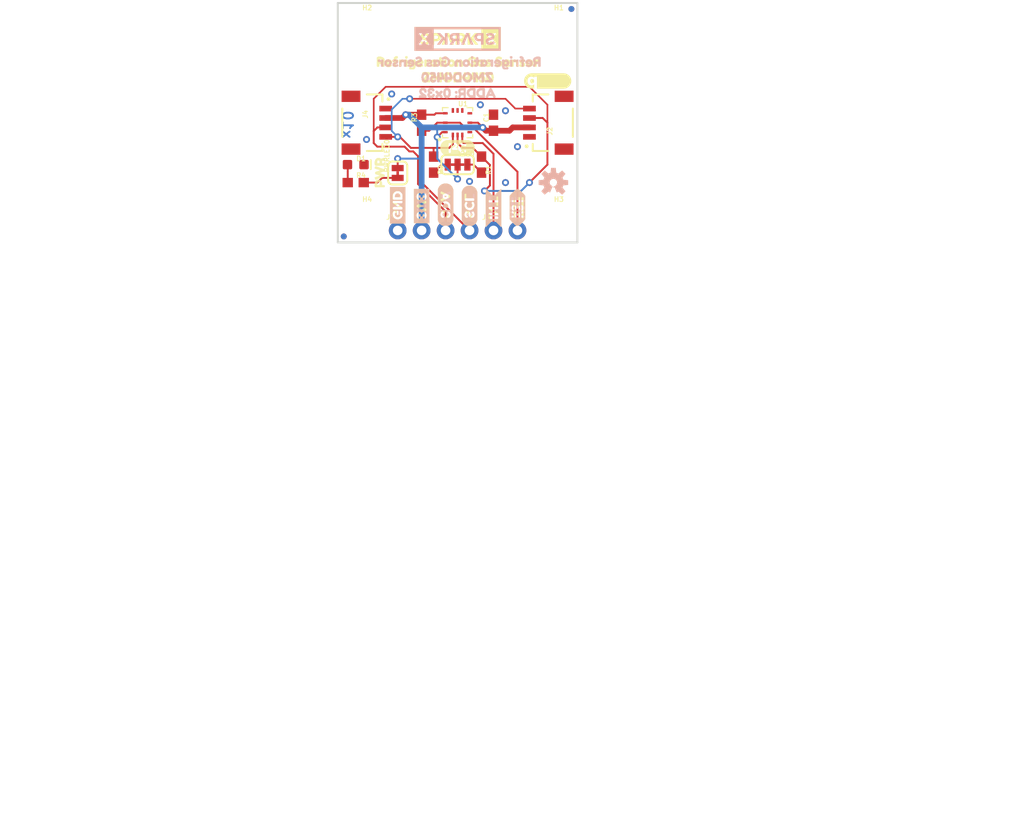
<source format=kicad_pcb>
(kicad_pcb (version 20211014) (generator pcbnew)
  (layers (0 "F.Cu" signal) (31 "B.Cu" signal) (34 "B.Paste" user) (35 "F.Paste" user) (36 "B.SilkS" user "B.Silkscreen") (37 "F.SilkS" user "F.Silkscreen") (38 "B.Mask" user) (39 "F.Mask" user) (44 "Edge.Cuts" user))
  (net 0 "")
  (net 1 "GND")
  (net 2 "3.3V")
  (net 3 "~{RST}")
  (net 4 "N$1")
  (net 5 "N$3")
  (net 6 "SDA")
  (net 7 "SCL")
  (net 8 "INT")
  (net 9 "N$2")
  (net 10 "N$4")
  (footprint "boardEagle:FIDUCIAL-MICRO" (layer "F.Cu") (at 160.5661 92.9386)
    (fp_text reference "FD1" hide)
    (fp_text value "FIDUCIALUFIDUCIAL" hide)
    (pad "1" smd roundrect (at 0 0) (size 0.635 0.635) (layers "F.Cu" "F.Mask") (roundrect_rratio 0.5))
  )
  (footprint "boardEagle:STAND-OFF" (layer "F.Cu") (at 158.6611 115.1636)
    (fp_text reference "H3" (at 0 -2.032) (layer "F.SilkS") (effects (font (size 0.512064 0.512064) (thickness 0.097536)) (justify left)))
    (fp_text value "STAND-OFF")
    (pad "" np_thru_hole circle (at 0 0) (size 3.302 3.302) (drill 3.302) (layers *.Cu *.Mask))
  )
  (footprint "boardEagle:1X04_NO_SILK" (layer "F.Cu") (at 142.1511 116.4336)
    (fp_text reference "J1" (at -1.27 -1.397) (layer "F.SilkS") (effects (font (size 0.512064 0.512064) (thickness 0.097536)) (justify left)))
    (fp_text value "")
    (pad "1" thru_hole circle (at 0 0 90) (size 1.8796 1.8796) (drill 1.016) (layers *.Cu *.Mask) (net 1 "GND"))
    (pad "2" thru_hole circle (at 2.54 0 90) (size 1.8796 1.8796) (drill 1.016) (layers *.Cu *.Mask) (net 2 "3.3V"))
    (pad "3" thru_hole circle (at 5.08 0 90) (size 1.8796 1.8796) (drill 1.016) (layers *.Cu *.Mask) (net 6 "SDA"))
    (pad "4" thru_hole circle (at 7.62 0 90) (size 1.8796 1.8796) (drill 1.016) (layers *.Cu *.Mask) (net 7 "SCL"))
  )
  (footprint "boardEagle:PWR_TO" (layer "F.Cu") (at 140.2461 112.8141 90)
    (fp_text reference "U$12" hide)
    (fp_text value "" hide)
  )
  (footprint "boardEagle:QWIIC_5MM" (layer "F.Cu") (at 158.0261 100.5586)
    (fp_text reference "LOGO2" hide)
    (fp_text value "QWIIC_LOGO_5MM" hide)
  )
  (footprint "boardEagle:FIDUCIAL-MICRO" (layer "F.Cu") (at 136.4361 117.0686)
    (fp_text reference "FD3" hide)
    (fp_text value "FIDUCIALUFIDUCIAL" hide)
    (pad "1" smd roundrect (at 0 0) (size 0.635 0.635) (layers "F.Cu" "F.Mask") (roundrect_rratio 0.5))
  )
  (footprint "boardEagle:0603" (layer "F.Cu") (at 152.3111 105.0036 90)
    (fp_text reference "C1" (at 0 -0.762 90) (layer "F.SilkS") (effects (font (size 0.512064 0.512064) (thickness 0.097536)) (justify left)))
    (fp_text value "0.1uF")
    (pad "1" smd rect (at -0.85 0 90) (size 1.1 1) (layers "F.Cu" "F.Paste" "F.Mask") (net 2 "3.3V"))
    (pad "2" smd rect (at 0.85 0 90) (size 1.1 1) (layers "F.Cu" "F.Paste" "F.Mask") (net 1 "GND"))
  )
  (footprint "boardEagle:INT_O" (layer "F.Cu") (at 152.3111 116.1796 90)
    (fp_text reference "U$4" hide)
    (fp_text value "" hide)
  )
  (footprint "boardEagle:STAND-OFF" (layer "F.Cu") (at 158.6611 94.8436)
    (fp_text reference "H1" (at 0 -2.032) (layer "F.SilkS") (effects (font (size 0.512064 0.512064) (thickness 0.097536)) (justify left)))
    (fp_text value "STAND-OFF")
    (pad "" np_thru_hole circle (at 0 0) (size 3.302 3.302) (drill 3.302) (layers *.Cu *.Mask))
  )
  (footprint "boardEagle:3V3_P" (layer "F.Cu") (at 144.6911 116.1796 90)
    (fp_text reference "U$5" hide)
    (fp_text value "" hide)
  )
  (footprint "boardEagle:PRODUCTION_INSTRUCTIONS" (layer "F.Cu") (at 100.2411 127.8636)
    (fp_text reference "U$22" hide)
    (fp_text value "" hide)
  )
  (footprint "boardEagle:SMT-JUMPER_2_NC_TRACE_SILK" (layer "F.Cu") (at 142.1511 110.3376 90)
    (fp_text reference "PWRLED0" (at 0 -1.143 90) (layer "F.SilkS") (effects (font (size 0.512064 0.512064) (thickness 0.097536)) (justify left)))
    (fp_text value "JUMPER-SMT_2_NC_TRACE_SILK")
    (fp_poly (pts (xy 0.1905 0.13335) (xy -0.70485 0.13335) (xy -0.70485 -0.13335) (xy 0.1905 -0.13335)) (layer "F.Cu") (width 0) (fill solid))
    (pad "1" smd rect (at -0.5207 0 90) (size 0.6604 1.27) (layers "F.Cu" "F.Mask") (net 10 "N$4"))
    (pad "2" smd rect (at 0.5207 0 90) (size 0.6604 1.27) (layers "F.Cu" "F.Mask") (net 2 "3.3V"))
  )
  (footprint "boardEagle:CREATIVE_COMMONS" (layer "F.Cu") (at 125.6411 126.5936)
    (fp_text reference "FRAME1" hide)
    (fp_text value "FRAME-LETTER" hide)
  )
  (footprint "boardEagle:SPARKX-MEDIUM" (layer "F.Cu") (at 148.5011 96.1136)
    (fp_text reference "U$18" hide)
    (fp_text value "" hide)
  )
  (footprint "boardEagle:STAND-OFF" (layer "F.Cu") (at 138.3411 94.8436)
    (fp_text reference "H2" (at 0 -2.032) (layer "F.SilkS") (effects (font (size 0.512064 0.512064) (thickness 0.097536)) (justify left)))
    (fp_text value "STAND-OFF")
    (pad "" np_thru_hole circle (at 0 0) (size 3.302 3.302) (drill 3.302) (layers *.Cu *.Mask))
  )
  (footprint "boardEagle:0603" (layer "F.Cu") (at 144.6911 105.0036 90)
    (fp_text reference "R3" (at 0 -0.762 90) (layer "F.SilkS") (effects (font (size 0.512064 0.512064) (thickness 0.097536)) (justify left)))
    (fp_text value "4.7k")
    (pad "1" smd rect (at -0.85 0 90) (size 1.1 1) (layers "F.Cu" "F.Paste" "F.Mask") (net 3 "~{RST}"))
    (pad "2" smd rect (at 0.85 0 90) (size 1.1 1) (layers "F.Cu" "F.Paste" "F.Mask") (net 2 "3.3V"))
  )
  (footprint "boardEagle:!RST_I" (layer "F.Cu") (at 154.8511 116.1796 90)
    (fp_text reference "U$13" hide)
    (fp_text value "" hide)
  )
  (footprint "boardEagle:STAND-OFF" (layer "F.Cu") (at 138.3411 115.1636)
    (fp_text reference "H4" (at 0 -2.032) (layer "F.SilkS") (effects (font (size 0.512064 0.512064) (thickness 0.097536)) (justify left)))
    (fp_text value "STAND-OFF")
    (pad "" np_thru_hole circle (at 0 0) (size 3.302 3.302) (drill 3.302) (layers *.Cu *.Mask))
  )
  (footprint "boardEagle:0603" (layer "F.Cu") (at 151.0411 109.4486 -90)
    (fp_text reference "R1" (at 0 -0.762 90) (layer "F.SilkS") (effects (font (size 0.512064 0.512064) (thickness 0.097536)) (justify right)))
    (fp_text value "4.7k")
    (pad "1" smd rect (at -0.85 0 270) (size 1.1 1) (layers "F.Cu" "F.Paste" "F.Mask") (net 6 "SDA"))
    (pad "2" smd rect (at 0.85 0 270) (size 1.1 1) (layers "F.Cu" "F.Paste" "F.Mask") (net 4 "N$1"))
  )
  (footprint "boardEagle:0603" (layer "F.Cu") (at 137.7061 111.3536)
    (fp_text reference "R4" (at 0 -0.762) (layer "F.SilkS") (effects (font (size 0.512064 0.512064) (thickness 0.097536)) (justify left)))
    (fp_text value "1k")
    (pad "1" smd rect (at -0.85 0) (size 1.1 1) (layers "F.Cu" "F.Paste" "F.Mask") (net 9 "N$2"))
    (pad "2" smd rect (at 0.85 0) (size 1.1 1) (layers "F.Cu" "F.Paste" "F.Mask") (net 10 "N$4"))
  )
  (footprint "boardEagle:LED-0603" (layer "F.Cu") (at 137.7061 109.4486)
    (fp_text reference "D1" (at 0 -0.635) (layer "F.SilkS") (effects (font (size 0.512064 0.512064) (thickness 0.097536)) (justify left)))
    (fp_text value "RED")
    (pad "A" smd roundrect (at -0.877 0 270) (size 1 1) (layers "F.Cu" "F.Paste" "F.Mask") (roundrect_rratio 0.15) (net 9 "N$2"))
    (pad "C" smd roundrect (at 0.877 0 270) (size 1 1) (layers "F.Cu" "F.Paste" "F.Mask") (roundrect_rratio 0.15) (net 1 "GND"))
  )
  (footprint "boardEagle:SCL_IO" (layer "F.Cu") (at 149.7711 116.0526 90)
    (fp_text reference "U$9" hide)
    (fp_text value "" hide)
  )
  (footprint "boardEagle:ZMOD44501" (layer "F.Cu") (at 143.8021 100.1776)
    (fp_text reference "U$3" hide)
    (fp_text value "" hide)
  )
  (footprint "boardEagle:SMT-JUMPER_3_2-NC_TRACE_SILK" (layer "F.Cu") (at 148.5011 109.4486)
    (fp_text reference "I2C0" (at 0 -1.143) (layer "F.SilkS") (effects (font (size 0.512064 0.512064) (thickness 0.097536)) (justify left)))
    (fp_text value "JUMPER-SMT_3_2-NC_TRACE_SILK")
    (fp_poly (pts (xy 0.7112 0.13335) (xy -0.7112 0.13335) (xy -0.7112 -0.13335) (xy 0.7112 -0.13335)) (layer "F.Cu") (width 0) (fill solid))
    (pad "1" smd rect (at -1.0414 0) (size 0.6604 1.27) (layers "F.Cu" "F.Mask") (net 5 "N$3"))
    (pad "2" smd rect (at 0 0) (size 0.6604 1.27) (layers "F.Cu" "F.Mask") (net 2 "3.3V"))
    (pad "3" smd rect (at 1.0414 0) (size 0.6604 1.27) (layers "F.Cu" "F.Mask") (net 4 "N$1"))
  )
  (footprint "boardEagle:REFRIGERATION_GAS_SENSOR0" (layer "F.Cu") (at 138.9761 98.5266)
    (fp_text reference "U$17" hide)
    (fp_text value "" hide)
  )
  (footprint "boardEagle:JST04_1MM_RA" (layer "F.Cu") (at 140.8811 105.0036 -90)
    (fp_text reference "J4" (at -1.397 2.159 90) (layer "F.SilkS") (effects (font (size 0.512064 0.512064) (thickness 0.097536)) (justify right)))
    (fp_text value "QWIIC_RIGHT_ANGLE")
    (pad "1" smd rect (at -1.5 0 270) (size 0.6 1.35) (layers "F.Cu" "F.Paste" "F.Mask") (net 1 "GND"))
    (pad "2" smd rect (at -0.5 0 270) (size 0.6 1.35) (layers "F.Cu" "F.Paste" "F.Mask") (net 2 "3.3V"))
    (pad "3" smd rect (at 0.5 0 270) (size 0.6 1.35) (layers "F.Cu" "F.Paste" "F.Mask") (net 6 "SDA"))
    (pad "4" smd rect (at 1.5 0 270) (size 0.6 1.35) (layers "F.Cu" "F.Paste" "F.Mask") (net 7 "SCL"))
    (pad "NC1" smd rect (at 2.8 3.675 270) (size 1.2 2) (layers "F.Cu" "F.Paste" "F.Mask"))
    (pad "NC2" smd rect (at -2.8 3.675 270) (size 1.2 2) (layers "F.Cu" "F.Paste" "F.Mask"))
  )
  (footprint "boardEagle:0603" (layer "F.Cu") (at 145.9611 109.4486 -90)
    (fp_text reference "R2" (at 0 -0.762 90) (layer "F.SilkS") (effects (font (size 0.512064 0.512064) (thickness 0.097536)) (justify right)))
    (fp_text value "4.7k")
    (pad "1" smd rect (at -0.85 0 270) (size 1.1 1) (layers "F.Cu" "F.Paste" "F.Mask") (net 7 "SCL"))
    (pad "2" smd rect (at 0.85 0 270) (size 1.1 1) (layers "F.Cu" "F.Paste" "F.Mask") (net 5 "N$3"))
  )
  (footprint "boardEagle:GND_P" (layer "F.Cu") (at 142.1511 116.1796 90)
    (fp_text reference "U$1" hide)
    (fp_text value "" hide)
  )
  (footprint "boardEagle:JST04_1MM_RA" (layer "F.Cu") (at 156.1211 105.0036 90)
    (fp_text reference "J2" (at -1.397 2.159 90) (layer "F.SilkS") (effects (font (size 0.512064 0.512064) (thickness 0.097536)) (justify left)))
    (fp_text value "QWIIC_RIGHT_ANGLE")
    (pad "1" smd rect (at -1.5 0 90) (size 0.6 1.35) (layers "F.Cu" "F.Paste" "F.Mask") (net 1 "GND"))
    (pad "2" smd rect (at -0.5 0 90) (size 0.6 1.35) (layers "F.Cu" "F.Paste" "F.Mask") (net 2 "3.3V"))
    (pad "3" smd rect (at 0.5 0 90) (size 0.6 1.35) (layers "F.Cu" "F.Paste" "F.Mask") (net 6 "SDA"))
    (pad "4" smd rect (at 1.5 0 90) (size 0.6 1.35) (layers "F.Cu" "F.Paste" "F.Mask") (net 7 "SCL"))
    (pad "NC1" smd rect (at 2.8 3.675 90) (size 1.2 2) (layers "F.Cu" "F.Paste" "F.Mask"))
    (pad "NC2" smd rect (at -2.8 3.675 90) (size 1.2 2) (layers "F.Cu" "F.Paste" "F.Mask"))
  )
  (footprint "boardEagle:LGA-12-3X3" (layer "F.Cu") (at 148.5011 105.0036)
    (fp_text reference "U1" (at 0 -2) (layer "F.SilkS") (effects (font (size 0.512064 0.512064) (thickness 0.097536)) (justify left)))
    (fp_text value "ZMOD4450 Refrigeration Gas Sensor")
    (pad "1" smd rect (at -0.5 1.3 90) (size 0.5 0.25) (layers "F.Cu" "F.Paste" "F.Mask") (net 7 "SCL"))
    (pad "2" smd rect (at 0 1.3 90) (size 0.5 0.25) (layers "F.Cu" "F.Paste" "F.Mask") (net 6 "SDA"))
    (pad "3" smd rect (at 0.5 1.3 90) (size 0.5 0.25) (layers "F.Cu" "F.Paste" "F.Mask") (net 8 "INT"))
    (pad "4" smd rect (at 1.3 1 180) (size 0.5 0.25) (layers "F.Cu" "F.Paste" "F.Mask"))
    (pad "5" smd rect (at 1.3 0) (size 0.5 0.25) (layers "F.Cu" "F.Paste" "F.Mask") (net 2 "3.3V"))
    (pad "6" smd rect (at 1.3 -1 180) (size 0.5 0.25) (layers "F.Cu" "F.Paste" "F.Mask") (net 1 "GND"))
    (pad "7" smd rect (at 0.5 -1.3 270) (size 0.5 0.25) (layers "F.Cu" "F.Paste" "F.Mask") (net 1 "GND"))
    (pad "8" smd rect (at 0 -1.3 270) (size 0.5 0.25) (layers "F.Cu" "F.Paste" "F.Mask"))
    (pad "9" smd rect (at -0.5 -1.3 270) (size 0.5 0.25) (layers "F.Cu" "F.Paste" "F.Mask") (net 1 "GND"))
    (pad "10" smd rect (at -1.3 -1) (size 0.5 0.25) (layers "F.Cu" "F.Paste" "F.Mask") (net 2 "3.3V"))
    (pad "11" smd rect (at -1.3 0) (size 0.5 0.25) (layers "F.Cu" "F.Paste" "F.Mask") (net 3 "~{RST}"))
    (pad "12" smd rect (at -1.3 1) (size 0.5 0.25) (layers "F.Cu" "F.Paste" "F.Mask") (net 2 "3.3V"))
  )
  (footprint "boardEagle:1X02_NO_SILK" (layer "F.Cu") (at 152.3111 116.4336)
    (fp_text reference "J3" (at -1.27 -1.397) (layer "F.SilkS") (effects (font (size 0.512064 0.512064) (thickness 0.097536)) (justify left)))
    (fp_text value "")
    (pad "1" thru_hole circle (at 0 0 90) (size 1.8796 1.8796) (drill 1.016) (layers *.Cu *.Mask) (net 8 "INT"))
    (pad "2" thru_hole circle (at 2.54 0 90) (size 1.8796 1.8796) (drill 1.016) (layers *.Cu *.Mask) (net 3 "~{RST}"))
  )
  (footprint "boardEagle:I2C" (layer "F.Cu") (at 146.5961 107.6706)
    (fp_text reference "U$11" hide)
    (fp_text value "" hide)
  )
  (footprint "boardEagle:SDA_IO" (layer "F.Cu") (at 147.2311 116.0526 90)
    (fp_text reference "U$7" hide)
    (fp_text value "" hide)
  )
  (footprint "boardEagle:3V3_P" (layer "B.Cu") (at 144.6911 116.1796 90)
    (fp_text reference "U$6" hide)
    (fp_text value "" hide)
  )
  (footprint "boardEagle:REFRIGERATION_GAS_SENSOR0" (layer "B.Cu") (at 158.2801 98.5266 180)
    (fp_text reference "U$15" hide)
    (fp_text value "" hide)
  )
  (footprint "boardEagle:INT_O" (layer "B.Cu") (at 152.3111 116.1796 90)
    (fp_text reference "U$14" hide)
    (fp_text value "" hide)
  )
  (footprint "boardEagle:!RST_I" (layer "B.Cu") (at 154.8511 116.1796 90)
    (fp_text reference "U$16" hide)
    (fp_text value "" hide)
  )
  (footprint "boardEagle:FIDUCIAL-MICRO" (layer "B.Cu") (at 136.4361 117.0686 180)
    (fp_text reference "FD2" hide)
    (fp_text value "FIDUCIALUFIDUCIAL" hide)
    (pad "1" smd roundrect (at 0 0 180) (size 0.635 0.635) (layers "B.Cu" "B.Mask") (roundrect_rratio 0.5))
  )
  (footprint "boardEagle:ZMOD44501" (layer "B.Cu") (at 153.2001 100.1776 180)
    (fp_text reference "U$20" hide)
    (fp_text value "" hide)
  )
  (footprint "boardEagle:SPARKX-MEDIUM" (layer "B.Cu") (at 148.5011 96.1136 180)
    (fp_text reference "U$19" hide)
    (fp_text value "" hide)
  )
  (footprint "boardEagle:SDA_IO" (layer "B.Cu") (at 147.2311 116.0526 90)
    (fp_text reference "U$8" hide)
    (fp_text value "" hide)
  )
  (footprint "boardEagle:FIDUCIAL-MICRO" (layer "B.Cu") (at 160.5661 92.9386 180)
    (fp_text reference "FD4" hide)
    (fp_text value "FIDUCIALUFIDUCIAL" hide)
    (pad "1" smd roundrect (at 0 0 180) (size 0.635 0.635) (layers "B.Cu" "B.Mask") (roundrect_rratio 0.5))
  )
  (footprint "boardEagle:GND_P" (layer "B.Cu") (at 142.1511 116.1796 90)
    (fp_text reference "U$2" hide)
    (fp_text value "" hide)
  )
  (footprint "boardEagle:OSHW-LOGO-S" (layer "B.Cu") (at 158.6611 111.3536 180)
    (fp_text reference "LOGO1" hide)
    (fp_text value "OSHW-LOGOS" hide)
  )
  (footprint "boardEagle:ADDR#_0X320" (layer "B.Cu") (at 153.4541 101.8286 180)
    (fp_text reference "U$21" hide)
    (fp_text value "" hide)
  )
  (footprint "boardEagle:SCL_IO" (layer "B.Cu") (at 149.7711 116.0526 90)
    (fp_text reference "U$10" hide)
    (fp_text value "" hide)
  )
  (gr_line (start 161.2011 92.3036) (end 135.8011 92.3036) (layer "Edge.Cuts") (width 0.2032))
  (gr_line (start 135.8011 117.7036) (end 161.2011 117.7036) (layer "Edge.Cuts") (width 0.2032))
  (gr_line (start 161.2011 117.7036) (end 161.2011 92.3036) (layer "Edge.Cuts") (width 0.2032))
  (gr_line (start 135.8011 92.3036) (end 135.8011 117.7036) (layer "Edge.Cuts") (width 0.2032))
  (gr_text "x10" (at 137.4521 103.6066 -90) (layer "B.Cu") (effects (font (size 1.0795 1.0795) (thickness 0.1905)) (justify right top mirror)))
  (via (at 150.9141 103.0986) (size 0.7366) (drill 0.381) (layers "F.Cu" "B.Cu") (net 1))
  (via (at 141.5161 101.9556) (size 0.7366) (drill 0.381) (layers "F.Cu" "B.Cu") (net 1))
  (via (at 153.5811 103.7336) (size 0.7366) (drill 0.381) (layers "F.Cu" "B.Cu") (net 1))
  (via (at 138.8491 106.7816) (size 0.7366) (drill 0.381) (layers "F.Cu" "B.Cu") (net 1))
  (via (at 153.5811 111.3536) (size 0.7366) (drill 0.381) (layers "F.Cu" "B.Cu") (net 1))
  (via (at 154.8511 107.5436) (size 0.7366) (drill 0.381) (layers "F.Cu" "B.Cu") (net 1))
  (via (at 149.7711 111.2266) (size 0.7366) (drill 0.381) (layers "F.Cu" "B.Cu") (net 1))
  (segment (start 142.6511 104.5036) (end 143.0011 104.1536) (width 0.6096) (layer "F.Cu") (net 2))
  (segment (start 156.1211 105.5036) (end 154.3511 105.5036) (width 0.6096) (layer "F.Cu") (net 2))
  (segment (start 144.6911 104.1536) (end 146.0491 104.1536) (width 0.2032) (layer "F.Cu") (net 2))
  (segment (start 142.1511 109.8169) (end 142.1511 108.8136) (width 0.2032) (layer "F.Cu") (net 2))
  (segment (start 146.0491 104.1536) (end 146.1991 104.0036) (width 0.2032) (layer "F.Cu") (net 2))
  (segment (start 148.5011 109.4486) (end 148.5011 110.9726) (width 0.2032) (layer "F.Cu") (net 2))
  (segment (start 140.8811 104.5036) (end 142.6511 104.5036) (width 0.6096) (layer "F.Cu") (net 2))
  (segment (start 143.0011 104.1536) (end 144.6911 104.1536) (width 0.6096) (layer "F.Cu") (net 2))
  (segment (start 147.2011 106.0036) (end 146.8661 106.0036) (width 0.2032) (layer "F.Cu") (net 2))
  (segment (start 146.8661 106.0036) (end 146.3421 106.5276) (width 0.2032) (layer "F.Cu") (net 2))
  (segment (start 146.1991 104.0036) (end 147.2011 104.0036) (width 0.2032) (layer "F.Cu") (net 2))
  (segment (start 154.3511 105.5036) (end 154.0011 105.8536) (width 0.6096) (layer "F.Cu") (net 2))
  (segment (start 150.6601 105.0036) (end 151.1681 105.5116) (width 0.2032) (layer "F.Cu") (net 2))
  (segment (start 151.5101 105.8536) (end 152.3111 105.8536) (width 0.6096) (layer "F.Cu") (net 2))
  (segment (start 151.1681 105.5116) (end 151.5101 105.8536) (width 0.6096) (layer "F.Cu") (net 2))
  (segment (start 149.8011 105.0036) (end 150.6601 105.0036) (width 0.2032) (layer "F.Cu") (net 2))
  (segment (start 154.0011 105.8536) (end 152.3111 105.8536) (width 0.6096) (layer "F.Cu") (net 2))
  (via (at 142.1511 108.8136) (size 0.7366) (drill 0.381) (layers "F.Cu" "B.Cu") (net 2))
  (via (at 151.1681 105.5116) (size 0.7366) (drill 0.381) (layers "F.Cu" "B.Cu") (net 2))
  (via (at 146.3421 106.5276) (size 0.7366) (drill 0.381) (layers "F.Cu" "B.Cu") (net 2))
  (via (at 148.5011 110.9726) (size 0.7366) (drill 0.381) (layers "F.Cu" "B.Cu") (net 2))
  (via (at 143.0011 104.1536) (size 0.7366) (drill 0.381) (layers "F.Cu" "B.Cu") (net 2))
  (segment (start 144.6991 105.5036) (end 143.3491 104.1536) (width 0.6096) (layer "B.Cu") (net 2))
  (segment (start 146.3421 105.5036) (end 151.1601 105.5036) (width 0.6096) (layer "B.Cu") (net 2))
  (segment (start 148.5011 110.9726) (end 146.3421 108.8136) (width 0.2032) (layer "B.Cu") (net 2))
  (segment (start 144.6911 108.8136) (end 144.6911 116.4336) (width 0.6096) (layer "B.Cu") (net 2))
  (segment (start 144.6911 105.5116) (end 144.6911 108.8136) (width 0.6096) (layer "B.Cu") (net 2))
  (segment (start 142.1511 108.8136) (end 144.6911 108.8136) (width 0.2032) (layer "B.Cu") (net 2))
  (segment (start 146.3421 108.8136) (end 146.3421 106.5276) (width 0.2032) (layer "B.Cu") (net 2))
  (segment (start 151.1601 105.5036) (end 151.1681 105.5116) (width 0.6096) (layer "B.Cu") (net 2))
  (segment (start 144.6991 105.5036) (end 144.6911 105.5116) (width 0.6096) (layer "B.Cu") (net 2))
  (segment (start 143.0011 104.1536) (end 143.3491 104.1536) (width 0.6096) (layer "B.Cu") (net 2))
  (segment (start 146.3421 106.5276) (end 146.3421 105.5036) (width 0.2032) (layer "B.Cu") (net 2))
  (segment (start 146.3421 105.5036) (end 144.6991 105.5036) (width 0.6096) (layer "B.Cu") (net 2))
  (segment (start 149.2631 105.5116) (end 150.1521 105.5116) (width 0.2032) (layer "F.Cu") (net 3))
  (segment (start 147.2011 105.0036) (end 148.7551 105.0036) (width 0.2032) (layer "F.Cu") (net 3))
  (segment (start 154.8511 110.2106) (end 154.8511 116.4336) (width 0.2032) (layer "F.Cu") (net 3))
  (segment (start 148.7551 105.0036) (end 149.2631 105.5116) (width 0.2032) (layer "F.Cu") (net 3))
  (segment (start 146.3421 105.0036) (end 145.4921 105.8536) (width 0.2032) (layer "F.Cu") (net 3))
  (segment (start 145.4921 105.8536) (end 144.6911 105.8536) (width 0.2032) (layer "F.Cu") (net 3))
  (segment (start 147.2011 105.0036) (end 146.3421 105.0036) (width 0.2032) (layer "F.Cu") (net 3))
  (segment (start 150.1521 105.5116) (end 154.8511 110.2106) (width 0.2032) (layer "F.Cu") (net 3))
  (segment (start 150.1911 109.4486) (end 151.0411 110.2986) (width 0.2032) (layer "F.Cu") (net 4))
  (segment (start 149.5425 109.4486) (end 150.1911 109.4486) (width 0.2032) (layer "F.Cu") (net 4))
  (segment (start 147.4597 109.4486) (end 146.8111 109.4486) (width 0.2032) (layer "F.Cu") (net 5))
  (segment (start 146.8111 109.4486) (end 145.9611 110.2986) (width 0.2032) (layer "F.Cu") (net 5))
  (segment (start 147.2311 114.432419) (end 147.2311 116.4336) (width 0.2032) (layer "F.Cu") (net 6))
  (segment (start 140.8811 101.1936) (end 156.1211 101.1936) (width 0.1778) (layer "F.Cu") (net 6))
  (segment (start 143.390281 108.0516) (end 143.8021 108.0516) (width 0.2032) (layer "F.Cu") (net 6))
  (segment (start 143.8021 108.0516) (end 144.3101 108.5596) (width 0.2032) (layer "F.Cu") (net 6))
  (segment (start 151.9301 111.661388) (end 151.348887 112.2426) (width 0.2032) (layer "F.Cu") (net 6))
  (segment (start 158.0261 103.0986) (end 158.0261 105.0036) (width 0.1778) (layer "F.Cu") (net 6))
  (segment (start 157.5261 104.5036) (end 158.0261 105.0036) (width 0.2032) (layer "F.Cu") (net 6))
  (segment (start 158.0261 109.4486) (end 156.1211 111.3536) (width 0.2032) (layer "F.Cu") (net 6))
  (segment (start 151.0411 108.5986) (end 151.9301 109.4876) (width 0.2032) (layer "F.Cu") (net 6))
  (segment (start 148.5011 107.1626) (end 148.5011 106.3036) (width 0.2032) (layer "F.Cu") (net 6))
  (segment (start 139.6111 102.4636) (end 140.8811 101.1936) (width 0.1778) (layer "F.Cu") (net 6))
  (segment (start 144.3101 111.511419) (end 147.2311 114.432419) (width 0.2032) (layer "F.Cu") (net 6))
  (segment (start 144.3101 108.5596) (end 144.3101 111.511419) (width 0.2032) (layer "F.Cu") (net 6))
  (segment (start 151.0411 108.5986) (end 150.1131 107.6706) (width 0.2032) (layer "F.Cu") (net 6))
  (segment (start 139.6111 107.1626) (end 139.9921 107.5436) (width 0.2032) (layer "F.Cu") (net 6))
  (segment (start 156.1211 101.1936) (end 158.0261 103.0986) (width 0.1778) (layer "F.Cu") (net 6))
  (segment (start 140.0001 105.5036) (end 139.6111 105.8926) (width 0.2032) (layer "F.Cu") (net 6))
  (segment (start 158.0261 105.0036) (end 158.0261 109.4486) (width 0.2032) (layer "F.Cu") (net 6))
  (segment (start 142.882281 107.5436) (end 143.390281 108.0516) (width 0.2032) (layer "F.Cu") (net 6))
  (segment (start 139.6111 105.8926) (end 139.6111 102.4636) (width 0.1778) (layer "F.Cu") (net 6))
  (segment (start 139.6111 105.8926) (end 139.6111 107.1626) (width 0.2032) (layer "F.Cu") (net 6))
  (segment (start 150.1131 107.6706) (end 149.0091 107.6706) (width 0.2032) (layer "F.Cu") (net 6))
  (segment (start 149.0091 107.6706) (end 148.5011 107.1626) (width 0.2032) (layer "F.Cu") (net 6))
  (segment (start 151.9301 109.4876) (end 151.9301 111.661388) (width 0.2032) (layer "F.Cu") (net 6))
  (segment (start 139.9921 107.5436) (end 142.882281 107.5436) (width 0.2032) (layer "F.Cu") (net 6))
  (segment (start 156.1211 104.5036) (end 157.5261 104.5036) (width 0.2032) (layer "F.Cu") (net 6))
  (segment (start 140.8811 105.5036) (end 140.0001 105.5036) (width 0.2032) (layer "F.Cu") (net 6))
  (via (at 151.348887 112.2426) (size 0.7366) (drill 0.381) (layers "F.Cu" "B.Cu") (net 6))
  (via (at 156.1211 111.3536) (size 0.7366) (drill 0.381) (layers "F.Cu" "B.Cu") (net 6))
  (segment (start 156.1211 111.3536) (end 155.2321 112.2426) (width 0.2032) (layer "B.Cu") (net 6))
  (segment (start 155.2321 112.2426) (end 151.348887 112.2426) (width 0.2032) (layer "B.Cu") (net 6))
  (segment (start 144.6911 107.6706) (end 145.9611 107.6706) (width 0.2032) (layer "F.Cu") (net 7))
  (segment (start 149.7711 116.4336) (end 144.6911 111.3536) (width 0.2032) (layer "F.Cu") (net 7))
  (segment (start 147.6121 107.6706) (end 145.9611 107.6706) (width 0.2032) (layer "F.Cu") (net 7))
  (segment (start 143.5481 107.6706) (end 144.6911 107.6706) (width 0.2032) (layer "F.Cu") (net 7))
  (segment (start 148.0011 107.2816) (end 147.6121 107.6706) (width 0.2032) (layer "F.Cu") (net 7))
  (segment (start 140.8811 106.5036) (end 142.1511 106.5036) (width 0.2032) (layer "F.Cu") (net 7))
  (segment (start 153.5811 102.4636) (end 143.4211 102.4636) (width 0.1778) (layer "F.Cu") (net 7))
  (segment (start 148.0011 106.3036) (end 148.0011 107.2816) (width 0.2032) (layer "F.Cu") (net 7))
  (segment (start 154.6211 103.5036) (end 153.5811 102.4636) (width 0.1778) (layer "F.Cu") (net 7))
  (segment (start 156.1211 103.5036) (end 154.6211 103.5036) (width 0.1778) (layer "F.Cu") (net 7))
  (segment (start 142.3811 106.5036) (end 143.5481 107.6706) (width 0.2032) (layer "F.Cu") (net 7))
  (segment (start 142.1511 106.5036) (end 142.3811 106.5036) (width 0.2032) (layer "F.Cu") (net 7))
  (segment (start 145.9611 108.5986) (end 145.9611 107.6706) (width 0.2032) (layer "F.Cu") (net 7))
  (segment (start 144.6911 111.3536) (end 144.6911 107.6706) (width 0.2032) (layer "F.Cu") (net 7))
  (via (at 143.4211 102.4636) (size 0.7366) (drill 0.381) (layers "F.Cu" "B.Cu") (net 7))
  (via (at 142.1511 106.5036) (size 0.7366) (drill 0.381) (layers "F.Cu" "B.Cu") (net 7))
  (segment (start 141.5161 105.8686) (end 142.1511 106.5036) (width 0.1778) (layer "B.Cu") (net 7))
  (segment (start 143.4211 102.4636) (end 142.6591 102.4636) (width 0.1778) (layer "B.Cu") (net 7))
  (segment (start 141.5161 103.6066) (end 141.5161 105.8686) (width 0.1778) (layer "B.Cu") (net 7))
  (segment (start 142.6591 102.4636) (end 141.5161 103.6066) (width 0.1778) (layer "B.Cu") (net 7))
  (segment (start 149.0011 106.3036) (end 149.0011 107.0276) (width 0.2032) (layer "F.Cu") (net 8))
  (segment (start 149.1361 107.1626) (end 151.1681 107.1626) (width 0.2032) (layer "F.Cu") (net 8))
  (segment (start 149.0011 107.0276) (end 149.1361 107.1626) (width 0.2032) (layer "F.Cu") (net 8))
  (segment (start 151.1681 107.1626) (end 152.3111 108.3056) (width 0.2032) (layer "F.Cu") (net 8))
  (segment (start 152.3111 108.3056) (end 152.3111 116.4336) (width 0.2032) (layer "F.Cu") (net 8))
  (segment (start 136.8561 109.4756) (end 136.8561 111.3536) (width 0.2032) (layer "F.Cu") (net 9))
  (segment (start 136.8291 109.4486) (end 136.8561 109.4756) (width 0.2032) (layer "F.Cu") (net 9))
  (segment (start 138.5561 111.3536) (end 140.0048 111.3536) (width 0.2032) (layer "F.Cu") (net 10))
  (segment (start 140.5001 110.8583) (end 142.1511 110.8583) (width 0.2032) (layer "F.Cu") (net 10))
  (segment (start 140.5001 110.8583) (end 140.0048 111.3536) (width 0.2032) (layer "F.Cu") (net 10))
)
</source>
